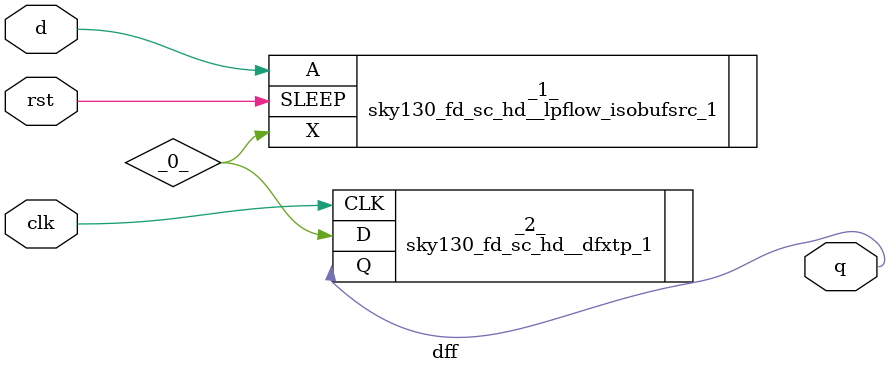
<source format=v>
/* Generated by Yosys 0.47+56 (git sha1 bbb6bbd12, clang++ 13.0.1 -fPIC -O3) */

(* top =  1  *)
(* src = "dff.v:1.1-17.10" *)
module dff(clk, rst, d, q);
  wire _0_;
  (* src = "dff.v:2.16-2.19" *)
  input clk;
  wire clk;
  (* src = "dff.v:5.16-5.17" *)
  input d;
  wire d;
  (* src = "dff.v:6.16-6.17" *)
  output q;
  wire q;
  (* src = "dff.v:3.16-3.19" *)
  input rst;
  wire rst;
  sky130_fd_sc_hd__lpflow_isobufsrc_1 _1_ (
    .A(d),
    .SLEEP(rst),
    .X(_0_)
  );
  (* src = "dff.v:8.1-15.4" *)
  sky130_fd_sc_hd__dfxtp_1 _2_ (
    .CLK(clk),
    .D(_0_),
    .Q(q)
  );
endmodule

</source>
